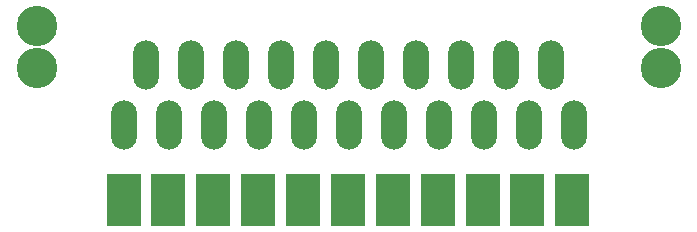
<source format=gbs>
G04 #@! TF.GenerationSoftware,KiCad,Pcbnew,(5.1.0)-1*
G04 #@! TF.CreationDate,2019-08-12T14:02:23-04:00*
G04 #@! TF.ProjectId,JP21M_to_EUROF,4a503231-4d5f-4746-9f5f-4555524f462e,rev?*
G04 #@! TF.SameCoordinates,Original*
G04 #@! TF.FileFunction,Soldermask,Bot*
G04 #@! TF.FilePolarity,Negative*
%FSLAX46Y46*%
G04 Gerber Fmt 4.6, Leading zero omitted, Abs format (unit mm)*
G04 Created by KiCad (PCBNEW (5.1.0)-1) date 2019-08-12 14:02:23*
%MOMM*%
%LPD*%
G04 APERTURE LIST*
%ADD10C,3.422600*%
%ADD11O,2.184400X4.165600*%
%ADD12R,2.900000X4.400000*%
G04 APERTURE END LIST*
D10*
X160216000Y-77048000D03*
X160216000Y-80604000D03*
X107384000Y-77048000D03*
X107384000Y-80604000D03*
D11*
X152850000Y-85430000D03*
X150945000Y-80350000D03*
X149040000Y-85430000D03*
X147135000Y-80350000D03*
X145230000Y-85430000D03*
X143325000Y-80350000D03*
X141420000Y-85430000D03*
X139515000Y-80350000D03*
X137610000Y-85430000D03*
X135705000Y-80350000D03*
X133800000Y-85430000D03*
X131895000Y-80350000D03*
X129990000Y-85430000D03*
X128085000Y-80350000D03*
X126180000Y-85430000D03*
X124275000Y-80350000D03*
X122370000Y-85430000D03*
X120465000Y-80350000D03*
X118560000Y-85430000D03*
X116655000Y-80350000D03*
X114750000Y-85430000D03*
D12*
X152725000Y-91850000D03*
X148925000Y-91850000D03*
X145125000Y-91850000D03*
X141325000Y-91850000D03*
X137525000Y-91850000D03*
X133725000Y-91850000D03*
X129925000Y-91850000D03*
X126125000Y-91850000D03*
X122325000Y-91850000D03*
X118525000Y-91850000D03*
X114725000Y-91850000D03*
M02*

</source>
